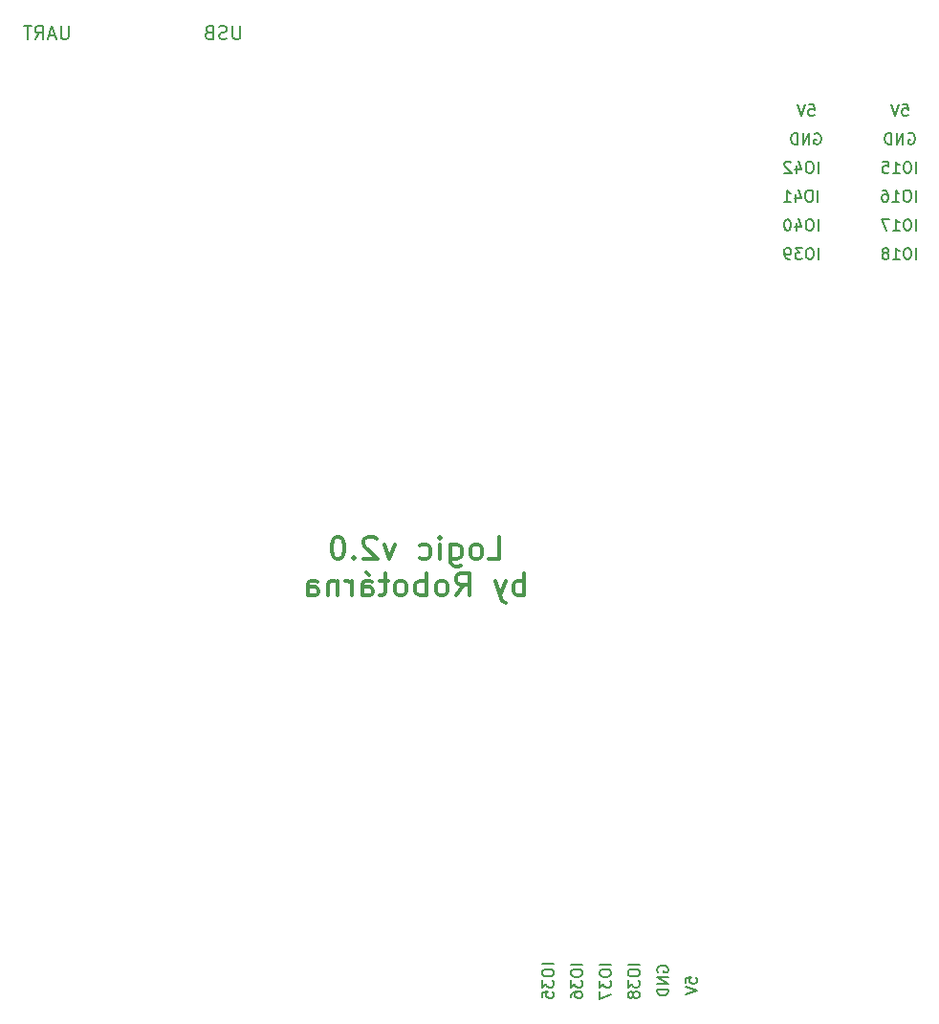
<source format=gbo>
G04 #@! TF.GenerationSoftware,KiCad,Pcbnew,6.0.2+dfsg-1*
G04 #@! TF.CreationDate,2023-02-17T06:09:52+01:00*
G04 #@! TF.ProjectId,procesor,70726f63-6573-46f7-922e-6b696361645f,rev?*
G04 #@! TF.SameCoordinates,Original*
G04 #@! TF.FileFunction,Legend,Bot*
G04 #@! TF.FilePolarity,Positive*
%FSLAX46Y46*%
G04 Gerber Fmt 4.6, Leading zero omitted, Abs format (unit mm)*
G04 Created by KiCad (PCBNEW 6.0.2+dfsg-1) date 2023-02-17 06:09:52*
%MOMM*%
%LPD*%
G01*
G04 APERTURE LIST*
%ADD10C,0.150000*%
%ADD11C,0.200000*%
%ADD12C,0.300000*%
G04 APERTURE END LIST*
D10*
X181574404Y-61107500D02*
X181669642Y-61059880D01*
X181812500Y-61059880D01*
X181955357Y-61107500D01*
X182050595Y-61202738D01*
X182098214Y-61297976D01*
X182145833Y-61488452D01*
X182145833Y-61631309D01*
X182098214Y-61821785D01*
X182050595Y-61917023D01*
X181955357Y-62012261D01*
X181812500Y-62059880D01*
X181717261Y-62059880D01*
X181574404Y-62012261D01*
X181526785Y-61964642D01*
X181526785Y-61631309D01*
X181717261Y-61631309D01*
X181098214Y-62059880D02*
X181098214Y-61059880D01*
X180526785Y-62059880D01*
X180526785Y-61059880D01*
X180050595Y-62059880D02*
X180050595Y-61059880D01*
X179812500Y-61059880D01*
X179669642Y-61107500D01*
X179574404Y-61202738D01*
X179526785Y-61297976D01*
X179479166Y-61488452D01*
X179479166Y-61631309D01*
X179526785Y-61821785D01*
X179574404Y-61917023D01*
X179669642Y-62012261D01*
X179812500Y-62059880D01*
X180050595Y-62059880D01*
D11*
X130721785Y-51550357D02*
X130721785Y-52521785D01*
X130664642Y-52636071D01*
X130607500Y-52693214D01*
X130493214Y-52750357D01*
X130264642Y-52750357D01*
X130150357Y-52693214D01*
X130093214Y-52636071D01*
X130036071Y-52521785D01*
X130036071Y-51550357D01*
X129521785Y-52693214D02*
X129350357Y-52750357D01*
X129064642Y-52750357D01*
X128950357Y-52693214D01*
X128893214Y-52636071D01*
X128836071Y-52521785D01*
X128836071Y-52407500D01*
X128893214Y-52293214D01*
X128950357Y-52236071D01*
X129064642Y-52178928D01*
X129293214Y-52121785D01*
X129407500Y-52064642D01*
X129464642Y-52007500D01*
X129521785Y-51893214D01*
X129521785Y-51778928D01*
X129464642Y-51664642D01*
X129407500Y-51607500D01*
X129293214Y-51550357D01*
X129007500Y-51550357D01*
X128836071Y-51607500D01*
X127921785Y-52121785D02*
X127750357Y-52178928D01*
X127693214Y-52236071D01*
X127636071Y-52350357D01*
X127636071Y-52521785D01*
X127693214Y-52636071D01*
X127750357Y-52693214D01*
X127864642Y-52750357D01*
X128321785Y-52750357D01*
X128321785Y-51550357D01*
X127921785Y-51550357D01*
X127807500Y-51607500D01*
X127750357Y-51664642D01*
X127693214Y-51778928D01*
X127693214Y-51893214D01*
X127750357Y-52007500D01*
X127807500Y-52064642D01*
X127921785Y-52121785D01*
X128321785Y-52121785D01*
D10*
X190558690Y-72209880D02*
X190558690Y-71209880D01*
X189892023Y-71209880D02*
X189701547Y-71209880D01*
X189606309Y-71257500D01*
X189511071Y-71352738D01*
X189463452Y-71543214D01*
X189463452Y-71876547D01*
X189511071Y-72067023D01*
X189606309Y-72162261D01*
X189701547Y-72209880D01*
X189892023Y-72209880D01*
X189987261Y-72162261D01*
X190082500Y-72067023D01*
X190130119Y-71876547D01*
X190130119Y-71543214D01*
X190082500Y-71352738D01*
X189987261Y-71257500D01*
X189892023Y-71209880D01*
X188511071Y-72209880D02*
X189082500Y-72209880D01*
X188796785Y-72209880D02*
X188796785Y-71209880D01*
X188892023Y-71352738D01*
X188987261Y-71447976D01*
X189082500Y-71495595D01*
X187939642Y-71638452D02*
X188034880Y-71590833D01*
X188082500Y-71543214D01*
X188130119Y-71447976D01*
X188130119Y-71400357D01*
X188082500Y-71305119D01*
X188034880Y-71257500D01*
X187939642Y-71209880D01*
X187749166Y-71209880D01*
X187653928Y-71257500D01*
X187606309Y-71305119D01*
X187558690Y-71400357D01*
X187558690Y-71447976D01*
X187606309Y-71543214D01*
X187653928Y-71590833D01*
X187749166Y-71638452D01*
X187939642Y-71638452D01*
X188034880Y-71686071D01*
X188082500Y-71733690D01*
X188130119Y-71828928D01*
X188130119Y-72019404D01*
X188082500Y-72114642D01*
X188034880Y-72162261D01*
X187939642Y-72209880D01*
X187749166Y-72209880D01*
X187653928Y-72162261D01*
X187606309Y-72114642D01*
X187558690Y-72019404D01*
X187558690Y-71828928D01*
X187606309Y-71733690D01*
X187653928Y-71686071D01*
X187749166Y-71638452D01*
X163524880Y-134591309D02*
X162524880Y-134591309D01*
X162524880Y-135257976D02*
X162524880Y-135448452D01*
X162572500Y-135543690D01*
X162667738Y-135638928D01*
X162858214Y-135686547D01*
X163191547Y-135686547D01*
X163382023Y-135638928D01*
X163477261Y-135543690D01*
X163524880Y-135448452D01*
X163524880Y-135257976D01*
X163477261Y-135162738D01*
X163382023Y-135067500D01*
X163191547Y-135019880D01*
X162858214Y-135019880D01*
X162667738Y-135067500D01*
X162572500Y-135162738D01*
X162524880Y-135257976D01*
X162524880Y-136019880D02*
X162524880Y-136638928D01*
X162905833Y-136305595D01*
X162905833Y-136448452D01*
X162953452Y-136543690D01*
X163001071Y-136591309D01*
X163096309Y-136638928D01*
X163334404Y-136638928D01*
X163429642Y-136591309D01*
X163477261Y-136543690D01*
X163524880Y-136448452D01*
X163524880Y-136162738D01*
X163477261Y-136067500D01*
X163429642Y-136019880D01*
X162524880Y-136972261D02*
X162524880Y-137638928D01*
X163524880Y-137210357D01*
D11*
X115521785Y-51550357D02*
X115521785Y-52521785D01*
X115464642Y-52636071D01*
X115407500Y-52693214D01*
X115293214Y-52750357D01*
X115064642Y-52750357D01*
X114950357Y-52693214D01*
X114893214Y-52636071D01*
X114836071Y-52521785D01*
X114836071Y-51550357D01*
X114321785Y-52407500D02*
X113750357Y-52407500D01*
X114436071Y-52750357D02*
X114036071Y-51550357D01*
X113636071Y-52750357D01*
X112550357Y-52750357D02*
X112950357Y-52178928D01*
X113236071Y-52750357D02*
X113236071Y-51550357D01*
X112778928Y-51550357D01*
X112664642Y-51607500D01*
X112607500Y-51664642D01*
X112550357Y-51778928D01*
X112550357Y-51950357D01*
X112607500Y-52064642D01*
X112664642Y-52121785D01*
X112778928Y-52178928D01*
X113236071Y-52178928D01*
X112207500Y-51550357D02*
X111521785Y-51550357D01*
X111864642Y-52750357D02*
X111864642Y-51550357D01*
D10*
X166054880Y-134581309D02*
X165054880Y-134581309D01*
X165054880Y-135247976D02*
X165054880Y-135438452D01*
X165102500Y-135533690D01*
X165197738Y-135628928D01*
X165388214Y-135676547D01*
X165721547Y-135676547D01*
X165912023Y-135628928D01*
X166007261Y-135533690D01*
X166054880Y-135438452D01*
X166054880Y-135247976D01*
X166007261Y-135152738D01*
X165912023Y-135057500D01*
X165721547Y-135009880D01*
X165388214Y-135009880D01*
X165197738Y-135057500D01*
X165102500Y-135152738D01*
X165054880Y-135247976D01*
X165054880Y-136009880D02*
X165054880Y-136628928D01*
X165435833Y-136295595D01*
X165435833Y-136438452D01*
X165483452Y-136533690D01*
X165531071Y-136581309D01*
X165626309Y-136628928D01*
X165864404Y-136628928D01*
X165959642Y-136581309D01*
X166007261Y-136533690D01*
X166054880Y-136438452D01*
X166054880Y-136152738D01*
X166007261Y-136057500D01*
X165959642Y-136009880D01*
X165483452Y-137200357D02*
X165435833Y-137105119D01*
X165388214Y-137057500D01*
X165292976Y-137009880D01*
X165245357Y-137009880D01*
X165150119Y-137057500D01*
X165102500Y-137105119D01*
X165054880Y-137200357D01*
X165054880Y-137390833D01*
X165102500Y-137486071D01*
X165150119Y-137533690D01*
X165245357Y-137581309D01*
X165292976Y-137581309D01*
X165388214Y-137533690D01*
X165435833Y-137486071D01*
X165483452Y-137390833D01*
X165483452Y-137200357D01*
X165531071Y-137105119D01*
X165578690Y-137057500D01*
X165673928Y-137009880D01*
X165864404Y-137009880D01*
X165959642Y-137057500D01*
X166007261Y-137105119D01*
X166054880Y-137200357D01*
X166054880Y-137390833D01*
X166007261Y-137486071D01*
X165959642Y-137533690D01*
X165864404Y-137581309D01*
X165673928Y-137581309D01*
X165578690Y-137533690D01*
X165531071Y-137486071D01*
X165483452Y-137390833D01*
X181032976Y-58524880D02*
X181509166Y-58524880D01*
X181556785Y-59001071D01*
X181509166Y-58953452D01*
X181413928Y-58905833D01*
X181175833Y-58905833D01*
X181080595Y-58953452D01*
X181032976Y-59001071D01*
X180985357Y-59096309D01*
X180985357Y-59334404D01*
X181032976Y-59429642D01*
X181080595Y-59477261D01*
X181175833Y-59524880D01*
X181413928Y-59524880D01*
X181509166Y-59477261D01*
X181556785Y-59429642D01*
X180699642Y-58524880D02*
X180366309Y-59524880D01*
X180032976Y-58524880D01*
X190553690Y-64574880D02*
X190553690Y-63574880D01*
X189887023Y-63574880D02*
X189696547Y-63574880D01*
X189601309Y-63622500D01*
X189506071Y-63717738D01*
X189458452Y-63908214D01*
X189458452Y-64241547D01*
X189506071Y-64432023D01*
X189601309Y-64527261D01*
X189696547Y-64574880D01*
X189887023Y-64574880D01*
X189982261Y-64527261D01*
X190077500Y-64432023D01*
X190125119Y-64241547D01*
X190125119Y-63908214D01*
X190077500Y-63717738D01*
X189982261Y-63622500D01*
X189887023Y-63574880D01*
X188506071Y-64574880D02*
X189077500Y-64574880D01*
X188791785Y-64574880D02*
X188791785Y-63574880D01*
X188887023Y-63717738D01*
X188982261Y-63812976D01*
X189077500Y-63860595D01*
X187601309Y-63574880D02*
X188077500Y-63574880D01*
X188125119Y-64051071D01*
X188077500Y-64003452D01*
X187982261Y-63955833D01*
X187744166Y-63955833D01*
X187648928Y-64003452D01*
X187601309Y-64051071D01*
X187553690Y-64146309D01*
X187553690Y-64384404D01*
X187601309Y-64479642D01*
X187648928Y-64527261D01*
X187744166Y-64574880D01*
X187982261Y-64574880D01*
X188077500Y-64527261D01*
X188125119Y-64479642D01*
X170139880Y-136262023D02*
X170139880Y-135785833D01*
X170616071Y-135738214D01*
X170568452Y-135785833D01*
X170520833Y-135881071D01*
X170520833Y-136119166D01*
X170568452Y-136214404D01*
X170616071Y-136262023D01*
X170711309Y-136309642D01*
X170949404Y-136309642D01*
X171044642Y-136262023D01*
X171092261Y-136214404D01*
X171139880Y-136119166D01*
X171139880Y-135881071D01*
X171092261Y-135785833D01*
X171044642Y-135738214D01*
X170139880Y-136595357D02*
X171139880Y-136928690D01*
X170139880Y-137262023D01*
X158444880Y-134576309D02*
X157444880Y-134576309D01*
X157444880Y-135242976D02*
X157444880Y-135433452D01*
X157492500Y-135528690D01*
X157587738Y-135623928D01*
X157778214Y-135671547D01*
X158111547Y-135671547D01*
X158302023Y-135623928D01*
X158397261Y-135528690D01*
X158444880Y-135433452D01*
X158444880Y-135242976D01*
X158397261Y-135147738D01*
X158302023Y-135052500D01*
X158111547Y-135004880D01*
X157778214Y-135004880D01*
X157587738Y-135052500D01*
X157492500Y-135147738D01*
X157444880Y-135242976D01*
X157444880Y-136004880D02*
X157444880Y-136623928D01*
X157825833Y-136290595D01*
X157825833Y-136433452D01*
X157873452Y-136528690D01*
X157921071Y-136576309D01*
X158016309Y-136623928D01*
X158254404Y-136623928D01*
X158349642Y-136576309D01*
X158397261Y-136528690D01*
X158444880Y-136433452D01*
X158444880Y-136147738D01*
X158397261Y-136052500D01*
X158349642Y-136004880D01*
X157444880Y-137528690D02*
X157444880Y-137052500D01*
X157921071Y-137004880D01*
X157873452Y-137052500D01*
X157825833Y-137147738D01*
X157825833Y-137385833D01*
X157873452Y-137481071D01*
X157921071Y-137528690D01*
X158016309Y-137576309D01*
X158254404Y-137576309D01*
X158349642Y-137528690D01*
X158397261Y-137481071D01*
X158444880Y-137385833D01*
X158444880Y-137147738D01*
X158397261Y-137052500D01*
X158349642Y-137004880D01*
X190548690Y-69664880D02*
X190548690Y-68664880D01*
X189882023Y-68664880D02*
X189691547Y-68664880D01*
X189596309Y-68712500D01*
X189501071Y-68807738D01*
X189453452Y-68998214D01*
X189453452Y-69331547D01*
X189501071Y-69522023D01*
X189596309Y-69617261D01*
X189691547Y-69664880D01*
X189882023Y-69664880D01*
X189977261Y-69617261D01*
X190072500Y-69522023D01*
X190120119Y-69331547D01*
X190120119Y-68998214D01*
X190072500Y-68807738D01*
X189977261Y-68712500D01*
X189882023Y-68664880D01*
X188501071Y-69664880D02*
X189072500Y-69664880D01*
X188786785Y-69664880D02*
X188786785Y-68664880D01*
X188882023Y-68807738D01*
X188977261Y-68902976D01*
X189072500Y-68950595D01*
X188167738Y-68664880D02*
X187501071Y-68664880D01*
X187929642Y-69664880D01*
X181898690Y-72209880D02*
X181898690Y-71209880D01*
X181232023Y-71209880D02*
X181041547Y-71209880D01*
X180946309Y-71257500D01*
X180851071Y-71352738D01*
X180803452Y-71543214D01*
X180803452Y-71876547D01*
X180851071Y-72067023D01*
X180946309Y-72162261D01*
X181041547Y-72209880D01*
X181232023Y-72209880D01*
X181327261Y-72162261D01*
X181422500Y-72067023D01*
X181470119Y-71876547D01*
X181470119Y-71543214D01*
X181422500Y-71352738D01*
X181327261Y-71257500D01*
X181232023Y-71209880D01*
X180470119Y-71209880D02*
X179851071Y-71209880D01*
X180184404Y-71590833D01*
X180041547Y-71590833D01*
X179946309Y-71638452D01*
X179898690Y-71686071D01*
X179851071Y-71781309D01*
X179851071Y-72019404D01*
X179898690Y-72114642D01*
X179946309Y-72162261D01*
X180041547Y-72209880D01*
X180327261Y-72209880D01*
X180422500Y-72162261D01*
X180470119Y-72114642D01*
X179374880Y-72209880D02*
X179184404Y-72209880D01*
X179089166Y-72162261D01*
X179041547Y-72114642D01*
X178946309Y-71971785D01*
X178898690Y-71781309D01*
X178898690Y-71400357D01*
X178946309Y-71305119D01*
X178993928Y-71257500D01*
X179089166Y-71209880D01*
X179279642Y-71209880D01*
X179374880Y-71257500D01*
X179422500Y-71305119D01*
X179470119Y-71400357D01*
X179470119Y-71638452D01*
X179422500Y-71733690D01*
X179374880Y-71781309D01*
X179279642Y-71828928D01*
X179089166Y-71828928D01*
X178993928Y-71781309D01*
X178946309Y-71733690D01*
X178898690Y-71638452D01*
X190523690Y-67109880D02*
X190523690Y-66109880D01*
X189857023Y-66109880D02*
X189666547Y-66109880D01*
X189571309Y-66157500D01*
X189476071Y-66252738D01*
X189428452Y-66443214D01*
X189428452Y-66776547D01*
X189476071Y-66967023D01*
X189571309Y-67062261D01*
X189666547Y-67109880D01*
X189857023Y-67109880D01*
X189952261Y-67062261D01*
X190047500Y-66967023D01*
X190095119Y-66776547D01*
X190095119Y-66443214D01*
X190047500Y-66252738D01*
X189952261Y-66157500D01*
X189857023Y-66109880D01*
X188476071Y-67109880D02*
X189047500Y-67109880D01*
X188761785Y-67109880D02*
X188761785Y-66109880D01*
X188857023Y-66252738D01*
X188952261Y-66347976D01*
X189047500Y-66395595D01*
X187618928Y-66109880D02*
X187809404Y-66109880D01*
X187904642Y-66157500D01*
X187952261Y-66205119D01*
X188047500Y-66347976D01*
X188095119Y-66538452D01*
X188095119Y-66919404D01*
X188047500Y-67014642D01*
X187999880Y-67062261D01*
X187904642Y-67109880D01*
X187714166Y-67109880D01*
X187618928Y-67062261D01*
X187571309Y-67014642D01*
X187523690Y-66919404D01*
X187523690Y-66681309D01*
X187571309Y-66586071D01*
X187618928Y-66538452D01*
X187714166Y-66490833D01*
X187904642Y-66490833D01*
X187999880Y-66538452D01*
X188047500Y-66586071D01*
X188095119Y-66681309D01*
X181888690Y-69664880D02*
X181888690Y-68664880D01*
X181222023Y-68664880D02*
X181031547Y-68664880D01*
X180936309Y-68712500D01*
X180841071Y-68807738D01*
X180793452Y-68998214D01*
X180793452Y-69331547D01*
X180841071Y-69522023D01*
X180936309Y-69617261D01*
X181031547Y-69664880D01*
X181222023Y-69664880D01*
X181317261Y-69617261D01*
X181412500Y-69522023D01*
X181460119Y-69331547D01*
X181460119Y-68998214D01*
X181412500Y-68807738D01*
X181317261Y-68712500D01*
X181222023Y-68664880D01*
X179936309Y-68998214D02*
X179936309Y-69664880D01*
X180174404Y-68617261D02*
X180412500Y-69331547D01*
X179793452Y-69331547D01*
X179222023Y-68664880D02*
X179126785Y-68664880D01*
X179031547Y-68712500D01*
X178983928Y-68760119D01*
X178936309Y-68855357D01*
X178888690Y-69045833D01*
X178888690Y-69283928D01*
X178936309Y-69474404D01*
X178983928Y-69569642D01*
X179031547Y-69617261D01*
X179126785Y-69664880D01*
X179222023Y-69664880D01*
X179317261Y-69617261D01*
X179364880Y-69569642D01*
X179412500Y-69474404D01*
X179460119Y-69283928D01*
X179460119Y-69045833D01*
X179412500Y-68855357D01*
X179364880Y-68760119D01*
X179317261Y-68712500D01*
X179222023Y-68664880D01*
X160984880Y-134586309D02*
X159984880Y-134586309D01*
X159984880Y-135252976D02*
X159984880Y-135443452D01*
X160032500Y-135538690D01*
X160127738Y-135633928D01*
X160318214Y-135681547D01*
X160651547Y-135681547D01*
X160842023Y-135633928D01*
X160937261Y-135538690D01*
X160984880Y-135443452D01*
X160984880Y-135252976D01*
X160937261Y-135157738D01*
X160842023Y-135062500D01*
X160651547Y-135014880D01*
X160318214Y-135014880D01*
X160127738Y-135062500D01*
X160032500Y-135157738D01*
X159984880Y-135252976D01*
X159984880Y-136014880D02*
X159984880Y-136633928D01*
X160365833Y-136300595D01*
X160365833Y-136443452D01*
X160413452Y-136538690D01*
X160461071Y-136586309D01*
X160556309Y-136633928D01*
X160794404Y-136633928D01*
X160889642Y-136586309D01*
X160937261Y-136538690D01*
X160984880Y-136443452D01*
X160984880Y-136157738D01*
X160937261Y-136062500D01*
X160889642Y-136014880D01*
X159984880Y-137491071D02*
X159984880Y-137300595D01*
X160032500Y-137205357D01*
X160080119Y-137157738D01*
X160222976Y-137062500D01*
X160413452Y-137014880D01*
X160794404Y-137014880D01*
X160889642Y-137062500D01*
X160937261Y-137110119D01*
X160984880Y-137205357D01*
X160984880Y-137395833D01*
X160937261Y-137491071D01*
X160889642Y-137538690D01*
X160794404Y-137586309D01*
X160556309Y-137586309D01*
X160461071Y-137538690D01*
X160413452Y-137491071D01*
X160365833Y-137395833D01*
X160365833Y-137205357D01*
X160413452Y-137110119D01*
X160461071Y-137062500D01*
X160556309Y-137014880D01*
X181893690Y-64574880D02*
X181893690Y-63574880D01*
X181227023Y-63574880D02*
X181036547Y-63574880D01*
X180941309Y-63622500D01*
X180846071Y-63717738D01*
X180798452Y-63908214D01*
X180798452Y-64241547D01*
X180846071Y-64432023D01*
X180941309Y-64527261D01*
X181036547Y-64574880D01*
X181227023Y-64574880D01*
X181322261Y-64527261D01*
X181417500Y-64432023D01*
X181465119Y-64241547D01*
X181465119Y-63908214D01*
X181417500Y-63717738D01*
X181322261Y-63622500D01*
X181227023Y-63574880D01*
X179941309Y-63908214D02*
X179941309Y-64574880D01*
X180179404Y-63527261D02*
X180417500Y-64241547D01*
X179798452Y-64241547D01*
X179465119Y-63670119D02*
X179417500Y-63622500D01*
X179322261Y-63574880D01*
X179084166Y-63574880D01*
X178988928Y-63622500D01*
X178941309Y-63670119D01*
X178893690Y-63765357D01*
X178893690Y-63860595D01*
X178941309Y-64003452D01*
X179512738Y-64574880D01*
X178893690Y-64574880D01*
X181863690Y-67109880D02*
X181863690Y-66109880D01*
X181197023Y-66109880D02*
X181006547Y-66109880D01*
X180911309Y-66157500D01*
X180816071Y-66252738D01*
X180768452Y-66443214D01*
X180768452Y-66776547D01*
X180816071Y-66967023D01*
X180911309Y-67062261D01*
X181006547Y-67109880D01*
X181197023Y-67109880D01*
X181292261Y-67062261D01*
X181387500Y-66967023D01*
X181435119Y-66776547D01*
X181435119Y-66443214D01*
X181387500Y-66252738D01*
X181292261Y-66157500D01*
X181197023Y-66109880D01*
X179911309Y-66443214D02*
X179911309Y-67109880D01*
X180149404Y-66062261D02*
X180387500Y-66776547D01*
X179768452Y-66776547D01*
X178863690Y-67109880D02*
X179435119Y-67109880D01*
X179149404Y-67109880D02*
X179149404Y-66109880D01*
X179244642Y-66252738D01*
X179339880Y-66347976D01*
X179435119Y-66395595D01*
X167657500Y-135260595D02*
X167609880Y-135165357D01*
X167609880Y-135022500D01*
X167657500Y-134879642D01*
X167752738Y-134784404D01*
X167847976Y-134736785D01*
X168038452Y-134689166D01*
X168181309Y-134689166D01*
X168371785Y-134736785D01*
X168467023Y-134784404D01*
X168562261Y-134879642D01*
X168609880Y-135022500D01*
X168609880Y-135117738D01*
X168562261Y-135260595D01*
X168514642Y-135308214D01*
X168181309Y-135308214D01*
X168181309Y-135117738D01*
X168609880Y-135736785D02*
X167609880Y-135736785D01*
X168609880Y-136308214D01*
X167609880Y-136308214D01*
X168609880Y-136784404D02*
X167609880Y-136784404D01*
X167609880Y-137022500D01*
X167657500Y-137165357D01*
X167752738Y-137260595D01*
X167847976Y-137308214D01*
X168038452Y-137355833D01*
X168181309Y-137355833D01*
X168371785Y-137308214D01*
X168467023Y-137260595D01*
X168562261Y-137165357D01*
X168609880Y-137022500D01*
X168609880Y-136784404D01*
D12*
X152686071Y-98752261D02*
X153638452Y-98752261D01*
X153638452Y-96752261D01*
X151733690Y-98752261D02*
X151924166Y-98657023D01*
X152019404Y-98561785D01*
X152114642Y-98371309D01*
X152114642Y-97799880D01*
X152019404Y-97609404D01*
X151924166Y-97514166D01*
X151733690Y-97418928D01*
X151447976Y-97418928D01*
X151257500Y-97514166D01*
X151162261Y-97609404D01*
X151067023Y-97799880D01*
X151067023Y-98371309D01*
X151162261Y-98561785D01*
X151257500Y-98657023D01*
X151447976Y-98752261D01*
X151733690Y-98752261D01*
X149352738Y-97418928D02*
X149352738Y-99037976D01*
X149447976Y-99228452D01*
X149543214Y-99323690D01*
X149733690Y-99418928D01*
X150019404Y-99418928D01*
X150209880Y-99323690D01*
X149352738Y-98657023D02*
X149543214Y-98752261D01*
X149924166Y-98752261D01*
X150114642Y-98657023D01*
X150209880Y-98561785D01*
X150305119Y-98371309D01*
X150305119Y-97799880D01*
X150209880Y-97609404D01*
X150114642Y-97514166D01*
X149924166Y-97418928D01*
X149543214Y-97418928D01*
X149352738Y-97514166D01*
X148400357Y-98752261D02*
X148400357Y-97418928D01*
X148400357Y-96752261D02*
X148495595Y-96847500D01*
X148400357Y-96942738D01*
X148305119Y-96847500D01*
X148400357Y-96752261D01*
X148400357Y-96942738D01*
X146590833Y-98657023D02*
X146781309Y-98752261D01*
X147162261Y-98752261D01*
X147352738Y-98657023D01*
X147447976Y-98561785D01*
X147543214Y-98371309D01*
X147543214Y-97799880D01*
X147447976Y-97609404D01*
X147352738Y-97514166D01*
X147162261Y-97418928D01*
X146781309Y-97418928D01*
X146590833Y-97514166D01*
X144400357Y-97418928D02*
X143924166Y-98752261D01*
X143447976Y-97418928D01*
X142781309Y-96942738D02*
X142686071Y-96847500D01*
X142495595Y-96752261D01*
X142019404Y-96752261D01*
X141828928Y-96847500D01*
X141733690Y-96942738D01*
X141638452Y-97133214D01*
X141638452Y-97323690D01*
X141733690Y-97609404D01*
X142876547Y-98752261D01*
X141638452Y-98752261D01*
X140781309Y-98561785D02*
X140686071Y-98657023D01*
X140781309Y-98752261D01*
X140876547Y-98657023D01*
X140781309Y-98561785D01*
X140781309Y-98752261D01*
X139447976Y-96752261D02*
X139257500Y-96752261D01*
X139067023Y-96847500D01*
X138971785Y-96942738D01*
X138876547Y-97133214D01*
X138781309Y-97514166D01*
X138781309Y-97990357D01*
X138876547Y-98371309D01*
X138971785Y-98561785D01*
X139067023Y-98657023D01*
X139257500Y-98752261D01*
X139447976Y-98752261D01*
X139638452Y-98657023D01*
X139733690Y-98561785D01*
X139828928Y-98371309D01*
X139924166Y-97990357D01*
X139924166Y-97514166D01*
X139828928Y-97133214D01*
X139733690Y-96942738D01*
X139638452Y-96847500D01*
X139447976Y-96752261D01*
X155828928Y-101972261D02*
X155828928Y-99972261D01*
X155828928Y-100734166D02*
X155638452Y-100638928D01*
X155257500Y-100638928D01*
X155067023Y-100734166D01*
X154971785Y-100829404D01*
X154876547Y-101019880D01*
X154876547Y-101591309D01*
X154971785Y-101781785D01*
X155067023Y-101877023D01*
X155257500Y-101972261D01*
X155638452Y-101972261D01*
X155828928Y-101877023D01*
X154209880Y-100638928D02*
X153733690Y-101972261D01*
X153257500Y-100638928D02*
X153733690Y-101972261D01*
X153924166Y-102448452D01*
X154019404Y-102543690D01*
X154209880Y-102638928D01*
X149828928Y-101972261D02*
X150495595Y-101019880D01*
X150971785Y-101972261D02*
X150971785Y-99972261D01*
X150209880Y-99972261D01*
X150019404Y-100067500D01*
X149924166Y-100162738D01*
X149828928Y-100353214D01*
X149828928Y-100638928D01*
X149924166Y-100829404D01*
X150019404Y-100924642D01*
X150209880Y-101019880D01*
X150971785Y-101019880D01*
X148686071Y-101972261D02*
X148876547Y-101877023D01*
X148971785Y-101781785D01*
X149067023Y-101591309D01*
X149067023Y-101019880D01*
X148971785Y-100829404D01*
X148876547Y-100734166D01*
X148686071Y-100638928D01*
X148400357Y-100638928D01*
X148209880Y-100734166D01*
X148114642Y-100829404D01*
X148019404Y-101019880D01*
X148019404Y-101591309D01*
X148114642Y-101781785D01*
X148209880Y-101877023D01*
X148400357Y-101972261D01*
X148686071Y-101972261D01*
X147162261Y-101972261D02*
X147162261Y-99972261D01*
X147162261Y-100734166D02*
X146971785Y-100638928D01*
X146590833Y-100638928D01*
X146400357Y-100734166D01*
X146305119Y-100829404D01*
X146209880Y-101019880D01*
X146209880Y-101591309D01*
X146305119Y-101781785D01*
X146400357Y-101877023D01*
X146590833Y-101972261D01*
X146971785Y-101972261D01*
X147162261Y-101877023D01*
X145067023Y-101972261D02*
X145257500Y-101877023D01*
X145352738Y-101781785D01*
X145447976Y-101591309D01*
X145447976Y-101019880D01*
X145352738Y-100829404D01*
X145257500Y-100734166D01*
X145067023Y-100638928D01*
X144781309Y-100638928D01*
X144590833Y-100734166D01*
X144495595Y-100829404D01*
X144400357Y-101019880D01*
X144400357Y-101591309D01*
X144495595Y-101781785D01*
X144590833Y-101877023D01*
X144781309Y-101972261D01*
X145067023Y-101972261D01*
X143828928Y-100638928D02*
X143067023Y-100638928D01*
X143543214Y-99972261D02*
X143543214Y-101686547D01*
X143447976Y-101877023D01*
X143257500Y-101972261D01*
X143067023Y-101972261D01*
X141543214Y-101972261D02*
X141543214Y-100924642D01*
X141638452Y-100734166D01*
X141828928Y-100638928D01*
X142209880Y-100638928D01*
X142400357Y-100734166D01*
X141543214Y-101877023D02*
X141733690Y-101972261D01*
X142209880Y-101972261D01*
X142400357Y-101877023D01*
X142495595Y-101686547D01*
X142495595Y-101496071D01*
X142400357Y-101305595D01*
X142209880Y-101210357D01*
X141733690Y-101210357D01*
X141543214Y-101115119D01*
X141828928Y-99877023D02*
X142114642Y-100162738D01*
X140590833Y-101972261D02*
X140590833Y-100638928D01*
X140590833Y-101019880D02*
X140495595Y-100829404D01*
X140400357Y-100734166D01*
X140209880Y-100638928D01*
X140019404Y-100638928D01*
X139352738Y-100638928D02*
X139352738Y-101972261D01*
X139352738Y-100829404D02*
X139257500Y-100734166D01*
X139067023Y-100638928D01*
X138781309Y-100638928D01*
X138590833Y-100734166D01*
X138495595Y-100924642D01*
X138495595Y-101972261D01*
X136686071Y-101972261D02*
X136686071Y-100924642D01*
X136781309Y-100734166D01*
X136971785Y-100638928D01*
X137352738Y-100638928D01*
X137543214Y-100734166D01*
X136686071Y-101877023D02*
X136876547Y-101972261D01*
X137352738Y-101972261D01*
X137543214Y-101877023D01*
X137638452Y-101686547D01*
X137638452Y-101496071D01*
X137543214Y-101305595D01*
X137352738Y-101210357D01*
X136876547Y-101210357D01*
X136686071Y-101115119D01*
D10*
X189342976Y-58499880D02*
X189819166Y-58499880D01*
X189866785Y-58976071D01*
X189819166Y-58928452D01*
X189723928Y-58880833D01*
X189485833Y-58880833D01*
X189390595Y-58928452D01*
X189342976Y-58976071D01*
X189295357Y-59071309D01*
X189295357Y-59309404D01*
X189342976Y-59404642D01*
X189390595Y-59452261D01*
X189485833Y-59499880D01*
X189723928Y-59499880D01*
X189819166Y-59452261D01*
X189866785Y-59404642D01*
X189009642Y-58499880D02*
X188676309Y-59499880D01*
X188342976Y-58499880D01*
X189884404Y-61082500D02*
X189979642Y-61034880D01*
X190122500Y-61034880D01*
X190265357Y-61082500D01*
X190360595Y-61177738D01*
X190408214Y-61272976D01*
X190455833Y-61463452D01*
X190455833Y-61606309D01*
X190408214Y-61796785D01*
X190360595Y-61892023D01*
X190265357Y-61987261D01*
X190122500Y-62034880D01*
X190027261Y-62034880D01*
X189884404Y-61987261D01*
X189836785Y-61939642D01*
X189836785Y-61606309D01*
X190027261Y-61606309D01*
X189408214Y-62034880D02*
X189408214Y-61034880D01*
X188836785Y-62034880D01*
X188836785Y-61034880D01*
X188360595Y-62034880D02*
X188360595Y-61034880D01*
X188122500Y-61034880D01*
X187979642Y-61082500D01*
X187884404Y-61177738D01*
X187836785Y-61272976D01*
X187789166Y-61463452D01*
X187789166Y-61606309D01*
X187836785Y-61796785D01*
X187884404Y-61892023D01*
X187979642Y-61987261D01*
X188122500Y-62034880D01*
X188360595Y-62034880D01*
M02*

</source>
